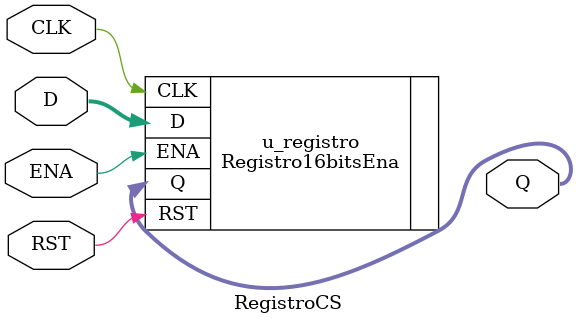
<source format=v>
`timescale 1ns / 1ps


module RegistroCS (
    input CLK, RST, ENA,
    input [15:0] D,
    output [15:0] Q
);
    // Valor inicial típico en x86: 0xF000
    Registro16bitsEna #(.RESET_VALUE(16'hF000)) u_registro (
        .CLK(CLK),
        .RST(RST),
        .ENA(ENA),
        .D(D),
        .Q(Q)
    );
endmodule

</source>
